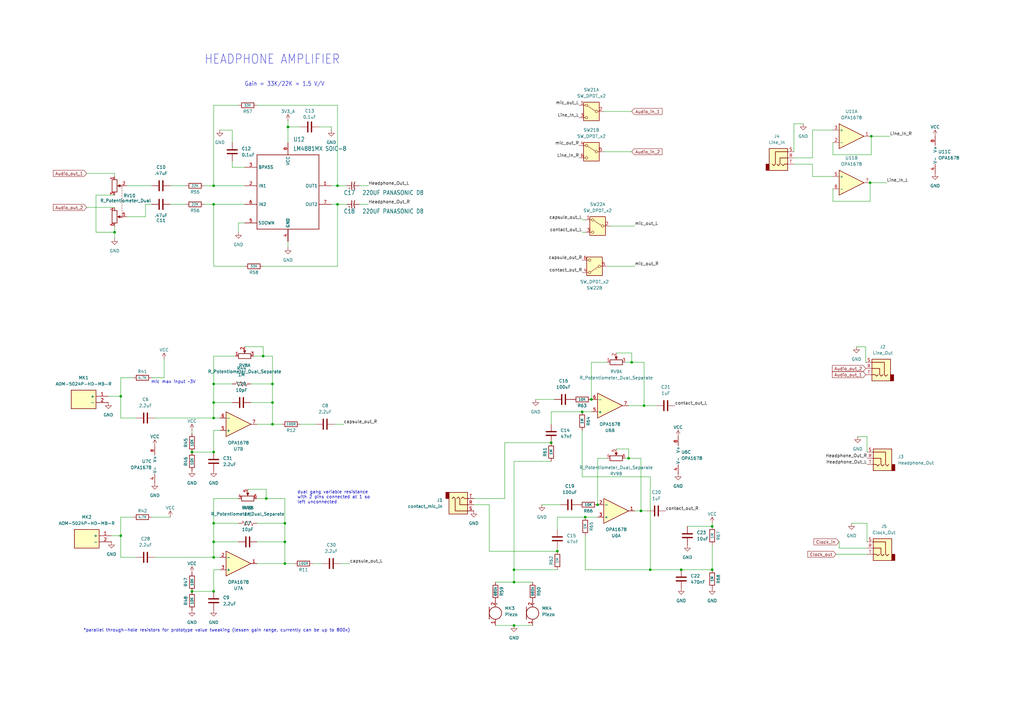
<source format=kicad_sch>
(kicad_sch (version 20231120) (generator "eeschema") (generator_version "8.0")
  (paper "A3")
  (junction (at 240.03 212.09))
  (junction (at 49.53 162.56))
  (junction (at 292.1 233.68))
  (junction (at 118.11 52.07))
  (junction (at 111.76 173.99))
  (junction (at 257.81 187.96))
  (junction (at 210.82 256.54))
  (junction (at 87.63 171.45))
  (junction (at 49.53 219.71))
  (junction (at 87.63 83.82))
  (junction (at 87.63 157.48))
  (junction (at 357.378 55.88))
  (junction (at 210.82 233.68))
  (junction (at 116.84 231.14))
  (junction (at 109.22 204.47))
  (junction (at 78.74 185.42))
  (junction (at 238.76 168.91))
  (junction (at 116.84 222.25))
  (junction (at 111.76 165.1))
  (junction (at 87.63 222.25))
  (junction (at 245.11 207.01))
  (junction (at 356.87 74.93))
  (junction (at 138.43 76.2))
  (junction (at 87.63 76.2))
  (junction (at 242.57 163.83))
  (junction (at 116.84 214.63))
  (junction (at 266.7 233.68))
  (junction (at 46.99 95.25))
  (junction (at 138.43 83.82))
  (junction (at 87.63 228.6))
  (junction (at 87.63 185.42))
  (junction (at 87.63 242.57))
  (junction (at 264.16 166.37))
  (junction (at 78.74 242.57))
  (junction (at 259.08 148.59))
  (junction (at 292.1 215.9))
  (junction (at 87.63 165.1))
  (junction (at 111.76 157.48))
  (junction (at 228.6 226.06))
  (junction (at 262.89 209.55))
  (junction (at 107.95 146.05))
  (junction (at 226.06 181.61))
  (junction (at 279.4 233.68))
  (junction (at 87.63 214.63))
  (junction (at 210.82 238.76))
  (wire (pts (xy 226.06 189.23) (xy 210.82 189.23)))
  (wire (pts (xy 281.94 215.9) (xy 292.1 215.9)))
  (wire (pts (xy 355.6 222.25) (xy 355.6 214.63)))
  (wire (pts (xy 138.43 83.82) (xy 142.24 83.82)) (stroke (width 0.1524)))
  (wire (pts (xy 355.6 224.79) (xy 344.17 224.79)))
  (wire (pts (xy 105.41 173.99) (xy 111.76 173.99)))
  (wire (pts (xy 228.6 212.09) (xy 228.6 217.17)))
  (wire (pts (xy 52.07 88.9) (xy 59.69 88.9)))
  (wire (pts (xy 87.63 204.47) (xy 97.79 204.47)))
  (wire (pts (xy 111.76 146.05) (xy 111.76 157.48)))
  (wire (pts (xy 87.63 204.47) (xy 87.63 214.63)))
  (wire (pts (xy 355.6 185.42) (xy 355.6 179.07)))
  (wire (pts (xy 95.25 157.48) (xy 87.63 157.48)))
  (wire (pts (xy 357.378 55.88) (xy 364.998 55.88)))
  (wire (pts (xy 252.73 184.15) (xy 257.81 184.15)))
  (wire (pts (xy 147.32 76.2) (xy 151.13 76.2)) (stroke (width 0.1524)))
  (wire (pts (xy 107.95 146.05) (xy 111.76 146.05)))
  (wire (pts (xy 356.87 55.88) (xy 357.378 55.88)))
  (wire (pts (xy 109.22 200.66) (xy 109.22 204.47)))
  (wire (pts (xy 357.378 63.5) (xy 357.378 55.88)))
  (wire (pts (xy 87.63 76.2) (xy 100.33 76.2)) (stroke (width 0.1524)))
  (wire (pts (xy 355.6 179.07) (xy 351.79 179.07)))
  (wire (pts (xy 87.63 176.53) (xy 90.17 176.53)))
  (wire (pts (xy 54.61 212.09) (xy 49.53 212.09)))
  (wire (pts (xy 69.85 83.82) (xy 76.2 83.82)) (stroke (width 0.1524)))
  (wire (pts (xy 46.99 95.25) (xy 46.99 97.79)))
  (wire (pts (xy 259.08 45.72) (xy 247.65 45.72)))
  (wire (pts (xy 87.63 222.25) (xy 97.79 222.25)))
  (wire (pts (xy 356.87 74.93) (xy 356.87 82.55)))
  (wire (pts (xy 105.41 231.14) (xy 116.84 231.14)))
  (wire (pts (xy 210.82 256.54) (xy 218.44 256.54)))
  (wire (pts (xy 344.17 224.79) (xy 344.17 222.25)))
  (wire (pts (xy 95.25 68.58) (xy 95.25 66.04)) (stroke (width 0.1524)))
  (wire (pts (xy 46.99 71.12) (xy 46.99 72.39)))
  (wire (pts (xy 142.24 76.2) (xy 138.43 76.2)) (stroke (width 0.1524)))
  (wire (pts (xy 105.41 222.25) (xy 116.84 222.25)))
  (wire (pts (xy 279.4 233.68) (xy 292.1 233.68)))
  (wire (pts (xy 78.74 185.42) (xy 87.63 185.42)))
  (wire (pts (xy 262.89 187.96) (xy 262.89 209.55)))
  (wire (pts (xy 105.41 43.18) (xy 138.43 43.18)) (stroke (width 0.1524)))
  (wire (pts (xy 137.16 173.99) (xy 140.97 173.99)))
  (wire (pts (xy 259.08 148.59) (xy 264.16 148.59)))
  (wire (pts (xy 97.79 91.44) (xy 100.33 91.44)))
  (wire (pts (xy 105.41 214.63) (xy 116.84 214.63)))
  (wire (pts (xy 264.16 148.59) (xy 264.16 166.37)))
  (wire (pts (xy 292.1 215.9) (xy 292.1 214.63)))
  (wire (pts (xy 207.01 181.61) (xy 207.01 204.47)))
  (wire (pts (xy 49.53 154.94) (xy 49.53 162.56)))
  (wire (pts (xy 69.85 76.2) (xy 76.2 76.2)) (stroke (width 0.1524)))
  (wire (pts (xy 240.03 212.09) (xy 245.11 212.09)))
  (wire (pts (xy 355.092 148.59) (xy 355.092 142.24)))
  (wire (pts (xy 266.7 233.68) (xy 279.4 233.68)))
  (wire (pts (xy 46.99 80.01) (xy 39.37 80.01)))
  (wire (pts (xy 116.84 204.47) (xy 116.84 214.63)))
  (wire (pts (xy 55.88 171.45) (xy 49.53 171.45)))
  (wire (pts (xy 105.41 204.47) (xy 109.22 204.47)))
  (wire (pts (xy 200.66 226.06) (xy 200.66 207.01)))
  (wire (pts (xy 87.63 146.05) (xy 96.52 146.05)))
  (wire (pts (xy 87.63 233.68) (xy 90.17 233.68)))
  (wire (pts (xy 83.82 76.2) (xy 87.63 76.2)) (stroke (width 0.1524)))
  (wire (pts (xy 104.14 146.05) (xy 107.95 146.05)))
  (wire (pts (xy 120.65 231.14) (xy 116.84 231.14)))
  (wire (pts (xy 97.79 214.63) (xy 87.63 214.63)))
  (wire (pts (xy 102.87 165.1) (xy 111.76 165.1)))
  (wire (pts (xy 63.5 228.6) (xy 87.63 228.6)))
  (wire (pts (xy 333.248 67.31) (xy 333.248 72.39)))
  (wire (pts (xy 266.7 195.58) (xy 266.7 233.68)))
  (wire (pts (xy 325.628 67.31) (xy 333.248 67.31)))
  (wire (pts (xy 325.628 50.8) (xy 329.438 50.8)))
  (wire (pts (xy 128.27 231.14) (xy 132.08 231.14)))
  (wire (pts (xy 238.76 195.58) (xy 266.7 195.58)))
  (wire (pts (xy 87.63 165.1) (xy 87.63 171.45)))
  (wire (pts (xy 260.35 209.55) (xy 262.89 209.55)))
  (wire (pts (xy 62.23 212.09) (xy 69.85 212.09)))
  (wire (pts (xy 100.33 68.58) (xy 95.25 68.58)) (stroke (width 0.1524)))
  (wire (pts (xy 210.82 233.68) (xy 228.6 233.68)))
  (wire (pts (xy 135.89 83.82) (xy 138.43 83.82)) (stroke (width 0.1524)))
  (wire (pts (xy 52.07 76.2) (xy 62.23 76.2)))
  (wire (pts (xy 355.092 142.24) (xy 351.282 142.24)))
  (wire (pts (xy 87.63 171.45) (xy 90.17 171.45)))
  (wire (pts (xy 135.89 76.2) (xy 138.43 76.2)) (stroke (width 0.1524)))
  (wire (pts (xy 242.57 168.91) (xy 238.76 168.91)))
  (wire (pts (xy 333.248 72.39) (xy 341.63 72.39)))
  (wire (pts (xy 123.19 173.99) (xy 129.54 173.99)))
  (wire (pts (xy 245.11 187.96) (xy 248.92 187.96)))
  (wire (pts (xy 109.22 204.47) (xy 116.84 204.47)))
  (wire (pts (xy 238.76 168.91) (xy 226.06 168.91)))
  (wire (pts (xy 228.6 226.06) (xy 228.6 224.79)))
  (wire (pts (xy 135.89 52.07) (xy 135.89 53.34)) (stroke (width 0.1524)))
  (wire (pts (xy 95.25 53.34) (xy 95.25 58.42)))
  (wire (pts (xy 260.35 92.71) (xy 250.19 92.71)))
  (wire (pts (xy 39.37 95.25) (xy 46.99 95.25)))
  (wire (pts (xy 118.11 52.07) (xy 118.11 58.42)) (stroke (width 0.1524)))
  (wire (pts (xy 67.31 147.32) (xy 67.31 154.94)))
  (wire (pts (xy 200.66 226.06) (xy 228.6 226.06)))
  (wire (pts (xy 46.99 92.71) (xy 46.99 95.25)))
  (wire (pts (xy 87.63 157.48) (xy 87.63 165.1)))
  (wire (pts (xy 44.45 162.56) (xy 49.53 162.56)))
  (wire (pts (xy 138.43 43.18) (xy 138.43 76.2)) (stroke (width 0.1524)))
  (wire (pts (xy 256.54 148.59) (xy 259.08 148.59)))
  (wire (pts (xy 87.63 146.05) (xy 87.63 157.48)))
  (wire (pts (xy 55.88 228.6) (xy 49.53 228.6)))
  (wire (pts (xy 118.11 52.07) (xy 123.19 52.07)) (stroke (width 0.1524)))
  (wire (pts (xy 333.248 53.34) (xy 333.248 64.77)))
  (wire (pts (xy 87.63 76.2) (xy 87.63 43.18)) (stroke (width 0.1524)))
  (wire (pts (xy 210.82 238.76) (xy 218.44 238.76)))
  (wire (pts (xy 203.2 238.76) (xy 210.82 238.76)))
  (wire (pts (xy 39.37 80.01) (xy 39.37 95.25)))
  (wire (pts (xy 116.84 222.25) (xy 116.84 231.14)))
  (wire (pts (xy 118.11 52.07) (xy 118.11 49.53)) (stroke (width 0.1524)))
  (wire (pts (xy 356.87 74.93) (xy 363.728 74.93)))
  (wire (pts (xy 97.79 95.25) (xy 97.79 91.44)))
  (wire (pts (xy 262.89 209.55) (xy 265.43 209.55)))
  (wire (pts (xy 256.54 187.96) (xy 257.81 187.96)))
  (wire (pts (xy 59.69 88.9) (xy 59.69 83.82)))
  (wire (pts (xy 210.82 233.68) (xy 210.82 238.76)))
  (wire (pts (xy 83.82 83.82) (xy 87.63 83.82)) (stroke (width 0.1524)))
  (wire (pts (xy 78.74 242.57) (xy 87.63 242.57)))
  (wire (pts (xy 240.03 90.17) (xy 238.76 90.17)))
  (wire (pts (xy 242.57 148.59) (xy 248.92 148.59)))
  (wire (pts (xy 87.63 233.68) (xy 87.63 242.57)))
  (wire (pts (xy 87.63 176.53) (xy 87.63 185.42)))
  (wire (pts (xy 245.11 187.96) (xy 245.11 207.01)))
  (wire (pts (xy 62.23 83.82) (xy 59.69 83.82)) (stroke (width 0.1524)))
  (wire (pts (xy 341.63 82.55) (xy 356.87 82.55)))
  (wire (pts (xy 333.248 53.34) (xy 341.63 53.34)))
  (wire (pts (xy 222.25 207.01) (xy 229.87 207.01)))
  (wire (pts (xy 200.66 207.01) (xy 194.31 207.01)))
  (wire (pts (xy 87.63 165.1) (xy 95.25 165.1)))
  (wire (pts (xy 292.1 223.52) (xy 292.1 233.68)))
  (wire (pts (xy 325.628 62.23) (xy 325.628 50.8)))
  (wire (pts (xy 207.01 204.47) (xy 194.31 204.47)))
  (wire (pts (xy 260.35 109.22) (xy 248.92 109.22)))
  (wire (pts (xy 333.248 64.77) (xy 325.628 64.77)))
  (wire (pts (xy 210.82 189.23) (xy 210.82 233.68)))
  (wire (pts (xy 203.2 256.54) (xy 210.82 256.54)))
  (wire (pts (xy 242.57 163.83) (xy 242.57 148.59)))
  (wire (pts (xy 111.76 165.1) (xy 111.76 173.99)))
  (wire (pts (xy 259.08 62.23) (xy 247.65 62.23)))
  (wire (pts (xy 62.23 154.94) (xy 67.31 154.94)))
  (wire (pts (xy 264.16 166.37) (xy 269.24 166.37)))
  (wire (pts (xy 219.71 163.83) (xy 227.33 163.83)))
  (wire (pts (xy 240.03 95.25) (xy 238.76 95.25)))
  (wire (pts (xy 257.81 187.96) (xy 262.89 187.96)))
  (wire (pts (xy 54.61 154.94) (xy 49.53 154.94)))
  (wire (pts (xy 49.53 212.09) (xy 49.53 219.71)))
  (wire (pts (xy 49.53 162.56) (xy 49.53 171.45)))
  (wire (pts (xy 115.57 173.99) (xy 111.76 173.99)))
  (wire (pts (xy 259.08 144.78) (xy 259.08 148.59)))
  (wire (pts (xy 87.63 83.82) (xy 87.63 109.22)) (stroke (width 0.1524)))
  (wire (pts (xy 139.7 231.14) (xy 143.51 231.14)))
  (wire (pts (xy 226.06 181.61) (xy 207.01 181.61)))
  (wire (pts (xy 342.9 227.33) (xy 355.6 227.33)))
  (wire (pts (xy 240.03 233.68) (xy 266.7 233.68)))
  (wire (pts (xy 87.63 214.63) (xy 87.63 222.25)))
  (wire (pts (xy 87.63 83.82) (xy 100.33 83.82)) (stroke (width 0.1524)))
  (wire (pts (xy 102.87 157.48) (xy 111.76 157.48)))
  (wire (pts (xy 341.63 77.47) (xy 341.63 82.55)))
  (wire (pts (xy 257.81 184.15) (xy 257.81 187.96)))
  (wire (pts (xy 252.73 144.78) (xy 259.08 144.78)))
  (wire (pts (xy 35.56 85.09) (xy 46.99 85.09)))
  (wire (pts (xy 101.6 200.66) (xy 109.22 200.66)))
  (wire (pts (xy 240.03 233.68) (xy 240.03 219.71)))
  (wire (pts (xy 100.33 142.24) (xy 107.95 142.24)))
  (wire (pts (xy 147.32 83.82) (xy 151.13 83.82)) (stroke (width 0.1524)))
  (wire (pts (xy 87.63 222.25) (xy 87.63 228.6)))
  (wire (pts (xy 116.84 214.63) (xy 116.84 222.25)))
  (wire (pts (xy 226.06 168.91) (xy 226.06 173.99)))
  (wire (pts (xy 238.76 176.53) (xy 238.76 195.58)))
  (wire (pts (xy 87.63 109.22) (xy 100.33 109.22)) (stroke (width 0.1524)))
  (wire (pts (xy 355.6 214.63) (xy 349.25 214.63)))
  (wire (pts (xy 257.81 166.37) (xy 264.16 166.37)))
  (wire (pts (xy 341.63 63.5) (xy 357.378 63.5)))
  (wire (pts (xy 49.53 219.71) (xy 49.53 228.6)))
  (wire (pts (xy 130.81 52.07) (xy 135.89 52.07)) (stroke (width 0.1524)))
  (wire (pts (xy 138.43 109.22) (xy 138.43 83.82)) (stroke (width 0.1524)))
  (wire (pts (xy 341.63 58.42) (xy 341.63 63.5)))
  (wire (pts (xy 228.6 212.09) (xy 240.03 212.09)))
  (wire (pts (xy 87.63 43.18) (xy 97.79 43.18)) (stroke (width 0.1524)))
  (wire (pts (xy 49.53 219.71) (xy 45.72 219.71)))
  (wire (pts (xy 63.5 171.45) (xy 87.63 171.45)))
  (wire (pts (xy 95.25 53.34) (xy 90.17 53.34)) (stroke (width 0.1524)))
  (wire (pts (xy 111.76 157.48) (xy 111.76 165.1)))
  (wire (pts (xy 107.95 109.22) (xy 138.43 109.22)) (stroke (width 0.1524)))
  (wire (pts (xy 118.11 101.6) (xy 118.11 99.06)) (stroke (width 0.1524)))
  (wire (pts (xy 78.74 176.53) (xy 78.74 177.8)))
  (wire (pts (xy 107.95 142.24) (xy 107.95 146.05)))
  (wire (pts (xy 87.63 228.6) (xy 90.17 228.6)))
  (wire (pts (xy 35.56 71.12) (xy 46.99 71.12)))
  (text "HEADPHONE AMPLIFIER" (at 83.82 26.67 0) (effects (font (size 3.81 3.2385)) (justify left bottom)))
  (text "*parallel through-hole resistors for prototype value tweaking (lessen gain range, currently can be up to 800x)" (at 88.9 258.572 0) (effects (font (size 1.27 1.27))))
  (text "mic max input ~3V" (at 71.12 156.718 0) (effects (font (size 1.27 1.27))))
  (text "Gain = 33K/22K = 1.5 V/V" (at 100.33 35.56 0) (effects (font (size 1.778 1.5113)) (justify left bottom)))
  (text "dual gang variable resistance\nwith 2 pins connected at 1 so \nleft unconnected" (at 121.92 203.962 0) (effects (font (size 1.27 1.27)) (justify left)))
  (label "contact_out_R" (at 273.05 209.55 0))
  (label "capsule_out_L" (at 143.51 231.14 0))
  (label "Headphone_Out_R" (at 151.13 83.82 0))
  (label "Headphone_Out_L" (at 151.13 76.2 0))
  (label "contact_out_L" (at 276.86 166.37 0))
  (label "Line_In_R" (at 364.998 55.88 0))
  (label "mic_out_L" (at 237.49 43.18 180))
  (label "mic_out_L" (at 260.35 92.71 0))
  (label "Line_In_R" (at 237.49 64.77 180))
  (label "mic_out_R" (at 237.49 59.69 180))
  (label "capsule_out_R" (at 140.97 173.99 0))
  (label "Headphone_Out_L" (at 355.6 190.5 180))
  (label "Line_In_L" (at 237.49 48.26 180))
  (label "mic_out_R" (at 260.35 109.22 0))
  (label "capsule_out_R" (at 238.76 106.68 180))
  (label "capsule_out_L" (at 238.76 90.17 180))
  (label "Line_In_L" (at 363.728 74.93 0))
  (label "contact_out_L" (at 238.76 95.25 180))
  (label "Headphone_Out_R" (at 355.6 187.96 180))
  (label "contact_out_R" (at 238.76 111.76 180))
  (global_label "Audio_out_2" (shape input) (at 35.56 85.09 180) (property "Intersheetrefs" "${INTERSHEET_REFS}" (effects (hide yes))))
  (global_label "Audio_in_2" (shape input) (at 259.08 62.23 0) (property "Intersheetrefs" "${INTERSHEET_REFS}" (effects (hide yes))))
  (global_label "Clock_in" (shape input) (at 344.17 222.25 180) (property "Intersheetrefs" "${INTERSHEET_REFS}" (effects (hide yes))))
  (global_label "Clock_out" (shape input) (at 342.9 227.33 180) (property "Intersheetrefs" "${INTERSHEET_REFS}" (effects (hide yes))))
  (global_label "Audio_out_1" (shape input) (at 355.092 153.67 180) (property "Intersheetrefs" "${INTERSHEET_REFS}" (effects (hide yes))))
  (global_label "Audio_out_1" (shape input) (at 35.56 71.12 180) (property "Intersheetrefs" "${INTERSHEET_REFS}" (effects (hide yes))))
  (global_label "Audio_in_1" (shape input) (at 259.08 45.72 0) (property "Intersheetrefs" "${INTERSHEET_REFS}" (effects (hide yes))))
  (global_label "Audio_out_2" (shape input) (at 355.092 151.13 180) (property "Intersheetrefs" "${INTERSHEET_REFS}" (effects (hide yes))))
  (symbol (lib_id "Connector_Audio:AudioJack3") (at 360.172 151.13 0) (mirror y) (unit 1)
    (property "Reference" "J2" (at 362.077 142.24 0))
    (property "Value" "Line_Out" (at 362.077 144.78 0))
    (property "Footprint" "connectors:PJ-376M_TRS_3.5mm" (effects (hide yes)))
    (property "Description" "Audio Jack, 3 Poles (Stereo / TRS)" (effects (hide yes)))
  )
  (symbol (lib_id "power:GND") (at 279.4 241.3 0) (unit 1)
    (property "Reference" "#PWR092" (effects (hide yes)))
    (property "Value" "GND" (at 279.4 246.38 0))
    (property "Description" "Power symbol creates a global label with name \"GND\" , ground" (effects (hide yes)))
  )
  (symbol (lib_id "Device:C") (at 59.69 228.6 90) (unit 1)
    (property "Reference" "C28" (at 59.69 220.98 90))
    (property "Value" "2.2uF" (at 59.69 223.52 90))
    (property "Footprint" "Capacitor_SMD:C_0402_1005Metric" (effects (hide yes)))
    (property "Description" "Unpolarized capacitor" (effects (hide yes)))
  )
  (symbol (lib_id "Device:C") (at 228.6 220.98 0) (unit 1)
    (property "Reference" "C15" (at 232.41 219.7099 0) (effects (justify left)))
    (property "Value" "47nF" (at 232.41 222.2499 0) (effects (justify left)))
    (property "Footprint" "Capacitor_SMD:C_0603_1608Metric" (effects (hide yes)))
    (property "Description" "Unpolarized capacitor" (effects (hide yes)))
  )
  (symbol (lib_id "power:GND") (at 78.74 193.04 0) (unit 1)
    (property "Reference" "#PWR076" (effects (hide yes)))
    (property "Value" "GND" (at 78.74 198.12 0))
    (property "Description" "Power symbol creates a global label with name \"GND\" , ground" (effects (hide yes)))
  )
  (symbol (lib_id "power:GND") (at 63.5 198.12 0) (unit 1)
    (property "Reference" "#PWR097" (effects (hide yes)))
    (property "Value" "GND" (at 63.5 203.2 0))
    (property "Description" "Power symbol creates a global label with name \"GND\" , ground" (effects (hide yes)))
  )
  (symbol (lib_id "power:GND") (at 78.74 250.19 0) (unit 1)
    (property "Reference" "#PWR078" (effects (hide yes)))
    (property "Value" "GND" (at 78.74 255.27 0))
    (property "Description" "Power symbol creates a global label with name \"GND\" , ground" (effects (hide yes)))
  )
  (symbol (lib_id "power:GND") (at 383.54 71.12 0) (mirror y) (unit 1)
    (property "Reference" "#PWR099" (effects (hide yes)))
    (property "Value" "GND" (at 383.54 76.2 0))
    (property "Description" "Power symbol creates a global label with name \"GND\" , ground" (effects (hide yes)))
  )
  (symbol (lib_id "Device:C") (at 231.14 163.83 90) (unit 1)
    (property "Reference" "C16" (at 231.14 156.21 90))
    (property "Value" "100uF" (at 231.14 158.75 90))
    (property "Footprint" "Capacitor_SMD:C_0603_1608Metric" (effects (hide yes)))
    (property "Description" "Unpolarized capacitor" (effects (hide yes)))
    (property "LCSC" "C15008" (effects (hide yes)))
  )
  (symbol (lib_id "Device:C") (at 281.94 219.71 180) (unit 1)
    (property "Reference" "C23" (at 285.75 218.4399 0) (effects (justify right)))
    (property "Value" "10uF" (at 285.75 220.9799 0) (effects (justify right)))
    (property "Footprint" "Capacitor_SMD:C_0603_1608Metric" (effects (hide yes)))
    (property "Description" "Unpolarized capacitor" (effects (hide yes)))
  )
  (symbol (lib_id "Device:C") (at 135.89 231.14 270) (unit 1)
    (property "Reference" "C30" (at 135.89 223.52 90))
    (property "Value" "2.2uF" (at 135.89 226.06 90))
    (property "Footprint" "Capacitor_SMD:C_0603_1608Metric" (effects (hide yes)))
    (property "Description" "Unpolarized capacitor" (effects (hide yes)))
    (property "LCSC" "C19702" (effects (hide yes)))
  )
  (symbol (lib_id "Device:R_Potentiometer_Dual_Separate") (at 100.33 146.05 90) (unit 1)
    (property "Reference" "RV8" (at 100.33 149.86 90))
    (property "Value" "R_Potentiometer_Dual_Separate" (at 100.33 152.4 90))
    (property "Footprint" "Potentiometer_THT:Potentiometer_Alpha_RD902F-40-00D_Dual_Vertical" (effects (hide yes)))
    (property "Description" "Dual potentiometer, separate units" (effects (hide yes)))
  )
  (symbol (lib_id "Device:R") (at 203.2 242.57 0) (unit 1)
    (property "Reference" "R59" (at 205.74 242.57 90))
    (property "Value" "680k" (at 203.2 242.57 90) (effects (font (size 1.016 1.016))))
    (property "Footprint" "Resistor_SMD:R_0603_1608Metric" (effects (hide yes)))
    (property "Description" "Resistor" (effects (hide yes)))
  )
  (symbol (lib_id "power:GND") (at 210.82 256.54 0) (unit 1)
    (property "Reference" "#PWR086" (effects (hide yes)))
    (property "Value" "GND" (at 210.82 261.62 0))
    (property "Description" "Power symbol creates a global label with name \"GND\" , ground" (effects (hide yes)))
  )
  (symbol (lib_id "Device:C") (at 66.04 76.2 270) (unit 1)
    (property "Reference" "C10" (at 66.04 68.58 90))
    (property "Value" ".47uF" (at 66.04 71.12 90))
    (property "Footprint" "Capacitor_SMD:C_0603_1608Metric" (effects (hide yes)))
    (property "Description" "Unpolarized capacitor" (effects (hide yes)))
    (property "LCSC" "C1623" (effects (hide yes)))
  )
  (symbol (lib_id "Device:C") (at 101.6 222.25 270) (unit 1)
    (property "Reference" "C7" (at 101.6 214.63 90))
    (property "Value" "10pF" (at 101.6 217.17 90))
    (property "Footprint" "Capacitor_SMD:C_0603_1608Metric" (effects (hide yes)))
    (property "Description" "Unpolarized capacitor" (effects (hide yes)))
    (property "LCSC" "C19702" (effects (hide yes)))
  )
  (symbol (lib_id "Device:R") (at 78.74 181.61 180) (unit 1)
    (property "Reference" "R45" (at 76.2 181.61 90))
    (property "Value" "10K" (at 78.74 181.61 90) (effects (font (size 1.016 1.016))))
    (property "Footprint" "Resistor_SMD:R_0603_1608Metric" (effects (hide yes)))
    (property "Description" "Resistor" (effects (hide yes)))
  )
  (symbol (lib_id "Connector_Audio:AudioJack3") (at 360.68 224.79 0) (mirror y) (unit 1)
    (property "Reference" "J5" (at 362.585 215.9 0))
    (property "Value" "Clock_Out" (at 362.585 218.44 0))
    (property "Footprint" "connectors:PJ-376M_TRS_3.5mm" (effects (hide yes)))
    (property "Description" "Audio Jack, 3 Poles (Stereo / TRS)" (effects (hide yes)))
  )
  (symbol (lib_id "Device:C") (at 66.04 83.82 270) (unit 1)
    (property "Reference" "C11" (at 66.04 90.424 90))
    (property "Value" ".47uF" (at 66.04 88.392 90))
    (property "Footprint" "Capacitor_SMD:C_0603_1608Metric" (effects (hide yes)))
    (property "Description" "Unpolarized capacitor" (effects (hide yes)))
    (property "LCSC" "C1623" (effects (hide yes)))
  )
  (symbol (lib_id "Device:C") (at 99.06 165.1 270) (unit 1)
    (property "Reference" "C29" (at 99.06 157.48 90))
    (property "Value" "10pF" (at 99.06 160.02 90))
    (property "Footprint" "Capacitor_SMD:C_0603_1608Metric" (effects (hide yes)))
    (property "Description" "Unpolarized capacitor" (effects (hide yes)))
    (property "LCSC" "C19702" (effects (hide yes)))
  )
  (symbol (lib_id "Device:R_Potentiometer_Dual") (at 49.53 82.55 270) (unit 1)
    (property "Reference" "RV10" (at 55.626 80.264 90) (effects (justify right)))
    (property "Value" "R_Potentiometer_Dual" (at 61.976 82.296 90) (effects (justify right)))
    (property "Footprint" "Potentiometer_THT:Potentiometer_Alpha_RD902F-40-00D_Dual_Vertical" (effects (hide yes)))
    (property "Description" "Dual potentiometer" (effects (hide yes)))
  )
  (symbol (lib_id "daisy_seed:3V3_D") (at 292.1 214.63 0) (unit 1)
    (property "Reference" "#PWR095" (effects (hide yes)))
    (property "Value" "VCC" (at 292.1 210.82 0))
  )
  (symbol (lib_id "Device:R") (at 226.06 185.42 180) (unit 1)
    (property "Reference" "R61" (at 223.52 185.42 90))
    (property "Value" "1M" (at 226.06 185.42 90) (effects (font (size 1.016 1.016))))
    (property "Footprint" "Resistor_SMD:R_0603_1608Metric" (effects (hide yes)))
    (property "Description" "Resistor" (effects (hide yes)))
  )
  (symbol (lib_id "Device:R") (at 80.01 83.82 270) (unit 1)
    (property "Reference" "R56" (at 80.01 86.36 90))
    (property "Value" "22K" (at 80.01 83.82 90) (effects (font (size 1.016 1.016))))
    (property "Footprint" "Resistor_SMD:R_0603_1608Metric" (effects (hide yes)))
    (property "Description" "Resistor" (effects (hide yes)))
  )
  (symbol (lib_id "Device:R") (at 80.01 76.2 270) (unit 1)
    (property "Reference" "R55" (at 80.01 78.74 90))
    (property "Value" "22K" (at 80.01 76.2 90) (effects (font (size 1.016 1.016))))
    (property "Footprint" "Resistor_SMD:R_0603_1608Metric" (effects (hide yes)))
    (property "Description" "Resistor" (effects (hide yes)))
  )
  (symbol (lib_id "power:GND") (at 292.1 241.3 0) (unit 1)
    (property "Reference" "#PWR0127" (effects (hide yes)))
    (property "Value" "GND" (at 292.1 246.38 0))
    (property "Description" "Power symbol creates a global label with name \"GND\" , ground" (effects (hide yes)))
  )
  (symbol (lib_id "Device:R") (at 241.3 207.01 270) (unit 1)
    (property "Reference" "R66" (at 241.3 209.55 90))
    (property "Value" "10K" (at 241.3 207.01 90) (effects (font (size 1.016 1.016))))
    (property "Footprint" "Resistor_SMD:R_0603_1608Metric" (effects (hide yes)))
    (property "Description" "Resistor" (effects (hide yes)))
  )
  (symbol (lib_id "power:GND") (at 118.11 101.6 0) (unit 1)
    (property "Reference" "#PWR085" (effects (hide yes)))
    (property "Value" "GND" (at 118.11 106.68 0))
    (property "Description" "Power symbol creates a global label with name \"GND\" , ground" (effects (hide yes)))
  )
  (symbol (lib_id "Device:C") (at 273.05 166.37 270) (unit 1)
    (property "Reference" "C21" (at 273.05 158.75 90))
    (property "Value" "1uF" (at 273.05 161.29 90))
    (property "Footprint" "Capacitor_SMD:C_0603_1608Metric" (effects (hide yes)))
    (property "Description" "Unpolarized capacitor" (effects (hide yes)))
  )
  (symbol (lib_id "daisy_seed:3V3_A") (at 118.11 49.53 0) (unit 1)
    (property "Reference" "#PWR084" (effects (hide yes)))
    (property "Value" "3V3_A" (at 118.11 45.72 0))
    (property "Description" "Power symbol creates a global label with name \"3V3_A\" (I hope)" (effects (hide yes)))
  )
  (symbol (lib_id "power:GND") (at 278.13 194.31 0) (mirror y) (unit 1)
    (property "Reference" "#PWR091" (effects (hide yes)))
    (property "Value" "GND" (at 278.13 199.39 0))
    (property "Description" "Power symbol creates a global label with name \"GND\" , ground" (effects (hide yes)))
  )
  (symbol (lib_id "Connector_Audio:AudioJack3") (at 189.23 207.01 0) (mirror x) (unit 1)
    (property "Reference" "J1" (at 181.61 205.1049 0) (effects (justify right)))
    (property "Value" "contact_mic_in" (at 181.61 207.6449 0) (effects (justify right)))
    (property "Footprint" "connectors:PJ-376M_TRS_3.5mm" (effects (hide yes)))
    (property "Description" "Audio Jack, 3 Poles (Stereo / TRS)" (effects (hide yes)))
  )
  (symbol (lib_id "Amplifier_Operational:OPA1678") (at 97.79 173.99 0) (mirror x) (unit 2)
    (property "Reference" "U7" (at 97.79 184.15 0))
    (property "Value" "OPA1678" (at 97.79 181.61 0))
    (property "Footprint" "Package_SO:SOIC-8_3.9x4.9mm_P1.27mm" (effects (hide yes)))
    (property "Datasheet" "http://www.ti.com/lit/ds/symlink/opa1678.pdf" (effects (hide yes)))
    (property "Description" "Low-Distortion Audio Operational Amplifiers, SOIC-8/VSSOP-8" (effects (hide yes)))
    (property "LCSC" "C192421" (effects (hide yes)))
  )
  (symbol (lib_id "Device:C") (at 233.68 207.01 90) (unit 1)
    (property "Reference" "C19" (at 233.68 199.39 90))
    (property "Value" "100uF" (at 233.68 201.93 90))
    (property "Footprint" "Capacitor_SMD:C_0603_1608Metric" (effects (hide yes)))
    (property "Description" "Unpolarized capacitor" (effects (hide yes)))
    (property "LCSC" "C15008" (effects (hide yes)))
  )
  (symbol (lib_id "Device:C") (at 269.24 209.55 90) (mirror x) (unit 1)
    (property "Reference" "C20" (at 269.24 201.93 90))
    (property "Value" "1uF" (at 269.24 204.47 90))
    (property "Footprint" "Capacitor_SMD:C_0603_1608Metric" (effects (hide yes)))
    (property "Description" "Unpolarized capacitor" (effects (hide yes)))
  )
  (symbol (lib_id "Device:C") (at 226.06 177.8 0) (unit 1)
    (property "Reference" "C14" (at 229.87 176.5299 0) (effects (justify left)))
    (property "Value" "47nF" (at 229.87 179.0699 0) (effects (justify left)))
    (property "Footprint" "Capacitor_SMD:C_0603_1608Metric" (effects (hide yes)))
    (property "Description" "Unpolarized capacitor" (effects (hide yes)))
  )
  (symbol (lib_id "daisy_seed:3V3_D") (at 69.85 212.09 0) (unit 1)
    (property "Reference" "#PWR071" (effects (hide yes)))
    (property "Value" "VCC" (at 69.85 208.28 0))
  )
  (symbol (lib_id "power:GND") (at 87.63 250.19 0) (unit 1)
    (property "Reference" "#PWR080" (effects (hide yes)))
    (property "Value" "GND" (at 87.63 255.27 0))
    (property "Description" "Power symbol creates a global label with name \"GND\" , ground" (effects (hide yes)))
  )
  (symbol (lib_id "Device:C") (at 127 52.07 270) (unit 1)
    (property "Reference" "C13" (at 127 45.466 90))
    (property "Value" "0.1uF" (at 127 48.006 90))
    (property "Footprint" "Capacitor_SMD:C_0402_1005Metric" (effects (hide yes)))
    (property "Description" "Unpolarized capacitor" (effects (hide yes)))
    (property "LCSC" "C1525" (effects (hide yes)))
  )
  (symbol (lib_id "power:GND") (at 90.17 53.34 0) (unit 1)
    (property "Reference" "#PWR081" (effects (hide yes)))
    (property "Value" "GND" (at 90.17 58.42 0))
    (property "Description" "Power symbol creates a global label with name \"GND\" , ground" (effects (hide yes)))
  )
  (symbol (lib_id "power:GND") (at 44.45 165.1 0) (unit 1)
    (property "Reference" "#PWR068" (effects (hide yes)))
    (property "Value" "GND" (at 44.45 170.18 0))
    (property "Description" "Power symbol creates a global label with name \"GND\" , ground" (effects (hide yes)))
  )
  (symbol (lib_id "AOM-5024P-HD-MB-R:AOM-5024P-HD-MB-R") (at 44.45 165.1 180) (unit 1)
    (property "Reference" "MK1" (at 34.29 154.94 0))
    (property "Value" "AOM-5024P-HD-MB-R" (at 34.29 157.48 0))
    (property "Footprint" "footprints:AOM5024PHDMBR" (effects (hide yes)))
    (property "Datasheet" "https://api.puiaudio.com/filename/AOM-5024P-HD-MB-R.pdf" (effects (hide yes)))
    (property "Description" "20 Hz ~ 20 kHz Analog Microphone 1 V ~ 10 V Omnidirectional (-24dB +/-3dB) PC Pins" (effects (hide yes)))
    (property "Height" "7.2" (effects (hide yes)))
    (property "Mouser Part Number" "665-AOM5024P-HD-MB-R" (effects (hide yes)))
    (property "Mouser Price/Stock" "https://www.mouser.co.uk/ProductDetail/PUI-Audio/AOM-5024P-HD-MB-R?qs=7D1LtPJG0i0Z0nF4DtEWiQ%3D%3D" (effects (hide yes)))
    (property "Manufacturer_Name" "PUI Audio" (effects (hide yes)))
    (property "Manufacturer_Part_Number" "AOM-5024P-HD-MB-R" (effects (hide yes)))
  )
  (symbol (lib_id "Device:C_Polarized_Small_US") (at 144.78 76.2 90) (unit 1)
    (property "Reference" "C17" (at 140.97 80.01 90) (effects (font (size 1.778 1.5113)) (justify right top)))
    (property "Value" "220UF PANASONIC D8" (at 148.59 80.01 90) (effects (font (size 1.778 1.5113)) (justify right top)))
    (property "Footprint" "Capacitor_THT:CP_Radial_D5.0mm_P2.00mm" (effects (hide yes)))
    (property "Description" "Polarized capacitor, small US symbol" (effects (hide yes)))
  )
  (symbol (lib_id "Device:R") (at 124.46 231.14 270) (unit 1)
    (property "Reference" "R11" (at 124.46 233.68 90))
    (property "Value" "100R" (at 124.46 231.14 90) (effects (font (size 1.016 1.016))))
    (property "Footprint" "Resistor_SMD:R_0603_1608Metric" (effects (hide yes)))
    (property "Description" "Resistor" (effects (hide yes)))
  )
  (symbol (lib_id "Device:R_Potentiometer_Dual_Separate") (at 101.6 204.47 90) (unit 2)
    (property "Reference" "RV8" (at 101.6 208.28 90))
    (property "Value" "R_Potentiometer_Dual_Separate" (at 101.6 210.82 90))
    (property "Footprint" "Potentiometer_THT:Potentiometer_Alpha_RD902F-40-00D_Dual_Vertical" (effects (hide yes)))
    (property "Description" "Dual potentiometer, separate units" (effects (hide yes)))
  )
  (symbol (lib_id "Switch:SW_DPDT_x2") (at 242.57 62.23 0) (mirror y) (unit 2)
    (property "Reference" "SW21" (at 242.57 53.34 0))
    (property "Value" "SW_DPDT_x2" (at 242.57 55.88 0))
    (property "Footprint" "soundpad_library:Toggle Submini DPDT Prongs" (effects (hide yes)))
    (property "Description" "Switch, dual pole double throw, separate symbols" (effects (hide yes)))
  )
  (symbol (lib_id "Device:R_Potentiometer_Dual_Separate") (at 252.73 148.59 90) (unit 1)
    (property "Reference" "RV9" (at 252.73 152.4 90))
    (property "Value" "R_Potentiometer_Dual_Separate" (at 252.73 154.94 90))
    (property "Footprint" "Potentiometer_THT:Potentiometer_Alpha_RD902F-40-00D_Dual_Vertical" (effects (hide yes)))
    (property "Description" "Dual potentiometer, separate units" (effects (hide yes)))
  )
  (symbol (lib_id "Amplifier_Operational:OPA1678") (at 250.19 166.37 0) (mirror x) (unit 2)
    (property "Reference" "U6" (at 250.19 176.53 0))
    (property "Value" "OPA1678" (at 250.19 173.99 0))
    (property "Footprint" "Package_SO:SOIC-8_3.9x4.9mm_P1.27mm" (effects (hide yes)))
    (property "Datasheet" "http://www.ti.com/lit/ds/symlink/opa1678.pdf" (effects (hide yes)))
    (property "Description" "Low-Distortion Audio Operational Amplifiers, SOIC-8/VSSOP-8" (effects (hide yes)))
    (property "LCSC" "C192421" (effects (hide yes)))
  )
  (symbol (lib_id "Device:R") (at 78.74 189.23 180) (unit 1)
    (property "Reference" "R46" (at 76.2 189.23 90))
    (property "Value" "10K" (at 78.74 189.23 90) (effects (font (size 1.016 1.016))))
    (property "Footprint" "Resistor_SMD:R_0603_1608Metric" (effects (hide yes)))
    (property "Description" "Resistor" (effects (hide yes)))
  )
  (symbol (lib_id "Amplifier_Operational:OPA1678") (at 252.73 209.55 0) (mirror x) (unit 1)
    (property "Reference" "U6" (at 252.73 219.71 0))
    (property "Value" "OPA1678" (at 252.73 217.17 0))
    (property "Footprint" "Package_SO:SOIC-8_3.9x4.9mm_P1.27mm" (effects (hide yes)))
    (property "Datasheet" "http://www.ti.com/lit/ds/symlink/opa1678.pdf" (effects (hide yes)))
    (property "Description" "Low-Distortion Audio Operational Amplifiers, SOIC-8/VSSOP-8" (effects (hide yes)))
    (property "LCSC" "C192421" (effects (hide yes)))
  )
  (symbol (lib_id "power:GND") (at 281.94 223.52 0) (unit 1)
    (property "Reference" "#PWR094" (effects (hide yes)))
    (property "Value" "GND" (at 281.94 228.6 0))
    (property "Description" "Power symbol creates a global label with name \"GND\" , ground" (effects (hide yes)))
  )
  (symbol (lib_id "Amplifier_Operational:OPA1678") (at 60.96 190.5 0) (mirror y) (unit 3)
    (property "Reference" "U7" (at 62.23 189.2299 0) (effects (justify left)))
    (property "Value" "OPA1678" (at 62.23 191.7699 0) (effects (justify left)))
    (property "Footprint" "Package_SO:SOIC-8_3.9x4.9mm_P1.27mm" (effects (hide yes)))
    (property "Datasheet" "http://www.ti.com/lit/ds/symlink/opa1678.pdf" (effects (hide yes)))
    (property "Description" "Low-Distortion Audio Operational Amplifiers, SOIC-8/VSSOP-8" (effects (hide yes)))
    (property "LCSC" "C192421" (effects (hide yes)))
  )
  (symbol (lib_id "daisy_seed:3V3_D") (at 383.54 55.88 0) (mirror y) (unit 1)
    (property "Reference" "#PWR098" (effects (hide yes)))
    (property "Value" "VCC" (at 383.54 52.07 0))
  )
  (symbol (lib_id "power:GND") (at 135.89 53.34 0) (unit 1)
    (property "Reference" "#PWR089" (effects (hide yes)))
    (property "Value" "GND" (at 135.89 58.42 0))
    (property "Description" "Power symbol creates a global label with name \"GND\" , ground" (effects (hide yes)))
  )
  (symbol (lib_id "Amplifier_Operational:OPA1678") (at 97.79 231.14 0) (mirror x) (unit 1)
    (property "Reference" "U7" (at 97.79 241.3 0))
    (property "Value" "OPA1678" (at 97.79 238.76 0))
    (property "Footprint" "Package_SO:SOIC-8_3.9x4.9mm_P1.27mm" (effects (hide yes)))
    (property "Datasheet" "http://www.ti.com/lit/ds/symlink/opa1678.pdf" (effects (hide yes)))
    (property "Description" "Low-Distortion Audio Operational Amplifiers, SOIC-8/VSSOP-8" (effects (hide yes)))
    (property "LCSC" "C192421" (effects (hide yes)))
  )
  (symbol (lib_id "Device:R_US") (at 101.6 214.63 90) (unit 1)
    (property "Reference" "R49" (at 101.6 208.28 90))
    (property "Value" "1M" (at 101.6 210.82 90))
    (property "Footprint" "Resistor_THT:R_Axial_DIN0204_L3.6mm_D1.6mm_P5.08mm_Horizontal" (effects (hide yes)))
    (property "Description" "Resistor, US symbol" (effects (hide yes)))
  )
  (symbol (lib_id "power:GND") (at 219.71 163.83 0) (unit 1)
    (property "Reference" "#PWR074" (effects (hide yes)))
    (property "Value" "GND" (at 219.71 168.91 0))
    (property "Description" "Power symbol creates a global label with name \"GND\" , ground" (effects (hide yes)))
  )
  (symbol (lib_id "Amplifier_Operational:OPA1678") (at 280.67 186.69 0) (unit 3)
    (property "Reference" "U6" (at 279.4 185.4199 0) (effects (justify left)))
    (property "Value" "OPA1678" (at 279.4 187.9599 0) (effects (justify left)))
    (property "Footprint" "Package_SO:SOIC-8_3.9x4.9mm_P1.27mm" (effects (hide yes)))
    (property "Datasheet" "http://www.ti.com/lit/ds/symlink/opa1678.pdf" (effects (hide yes)))
    (property "Description" "Low-Distortion Audio Operational Amplifiers, SOIC-8/VSSOP-8" (effects (hide yes)))
    (property "LCSC" "C192421" (effects (hide yes)))
  )
  (symbol (lib_id "Connector_Audio:AudioJack3") (at 360.68 187.96 0) (mirror y) (unit 1)
    (property "Reference" "J3" (at 368.3 187.3249 0) (effects (justify right)))
    (property "Value" "Headphone_Out" (at 368.3 189.8649 0) (effects (justify right)))
    (property "Footprint" "connectors:PJ-376M_TRS_3.5mm" (effects (hide yes)))
    (property "Description" "Audio Jack, 3 Poles (Stereo / TRS)" (effects (hide yes)))
  )
  (symbol (lib_id "Device:R") (at 78.74 238.76 180) (unit 1)
    (property "Reference" "R47" (at 76.2 238.76 90))
    (property "Value" "10K" (at 78.74 238.76 90) (effects (font (size 1.016 1.016))))
    (property "Footprint" "Resistor_SMD:R_0603_1608Metric" (effects (hide yes)))
    (property "Description" "Resistor" (effects (hide yes)))
  )
  (symbol (lib_id "Switch:SW_DPDT_x2") (at 243.84 109.22 180) (unit 2)
    (property "Reference" "SW22" (at 243.84 118.11 0))
    (property "Value" "SW_DPDT_x2" (at 243.84 115.57 0))
    (property "Footprint" "soundpad_library:Toggle Submini DPDT Prongs" (effects (hide yes)))
    (property "Description" "Switch, dual pole double throw, separate symbols" (effects (hide yes)))
  )
  (symbol (lib_id "Device:C") (at 95.25 62.23 180) (unit 1)
    (property "Reference" "C12" (at 99.06 60.9599 0) (effects (justify right)))
    (property "Value" "0.1uF" (at 99.06 63.4999 0) (effects (justify right)))
    (property "Footprint" "Capacitor_SMD:C_0402_1005Metric" (effects (hide yes)))
    (property "Description" "Unpolarized capacitor" (effects (hide yes)))
    (property "LCSC" "C1525" (effects (hide yes)))
  )
  (symbol (lib_id "power:GND") (at 97.79 95.25 0) (unit 1)
    (property "Reference" "#PWR082" (effects (hide yes)))
    (property "Value" "GND" (at 97.79 100.33 0))
    (property "Description" "Power symbol creates a global label with name \"GND\" , ground" (effects (hide yes)))
  )
  (symbol (lib_id "Device:R") (at 240.03 215.9 0) (unit 1)
    (property "Reference" "R65" (at 242.57 215.9 90))
    (property "Value" "1M" (at 240.03 215.9 90) (effects (font (size 1.016 1.016))))
    (property "Footprint" "Resistor_SMD:R_0603_1608Metric" (effects (hide yes)))
    (property "Description" "Resistor" (effects (hide yes)))
  )
  (symbol (lib_id "Device:R") (at 58.42 154.94 90) (unit 1)
    (property "Reference" "R41" (at 58.42 152.4 90))
    (property "Value" "4.7K" (at 58.42 154.94 90) (effects (font (size 1.016 1.016))))
    (property "Footprint" "Resistor_SMD:R_0603_1608Metric" (effects (hide yes)))
    (property "Description" "Resistor" (effects (hide yes)))
  )
  (symbol (lib_id "power:GND") (at 46.99 97.79 0) (unit 1)
    (property "Reference" "#PWR0126" (effects (hide yes)))
    (property "Value" "GND" (at 46.99 102.87 0))
    (property "Description" "Power symbol creates a global label with name \"GND\" , ground" (effects (hide yes)))
  )
  (symbol (lib_id "power:GND") (at 45.72 222.25 0) (unit 1)
    (property "Reference" "#PWR069" (effects (hide yes)))
    (property "Value" "GND" (at 45.72 227.33 0))
    (property "Description" "Power symbol creates a global label with name \"GND\" , ground" (effects (hide yes)))
  )
  (symbol (lib_id "Device:Microphone") (at 203.2 251.46 0) (unit 1)
    (property "Reference" "MK3" (at 207.01 249.4914 0) (effects (justify left)))
    (property "Value" "Piezo" (at 207.01 252.0314 0) (effects (justify left)))
    (property "Footprint" "Connector_Wire:SolderWire-0.1sqmm_1x02_P3.6mm_D0.4mm_OD1mm_Relief" (effects (hide yes)))
    (property "Description" "Microphone" (effects (hide yes)))
  )
  (symbol (lib_id "Device:R") (at 238.76 172.72 0) (unit 1)
    (property "Reference" "R64" (at 241.3 172.72 90))
    (property "Value" "1M" (at 238.76 172.72 90) (effects (font (size 1.016 1.016))))
    (property "Footprint" "Resistor_SMD:R_0603_1608Metric" (effects (hide yes)))
    (property "Description" "Resistor" (effects (hide yes)))
  )
  (symbol (lib_id "Device:R_US") (at 99.06 157.48 90) (unit 1)
    (property "Reference" "R44" (at 99.06 151.13 90))
    (property "Value" "1M" (at 99.06 153.67 90))
    (property "Footprint" "Resistor_THT:R_Axial_DIN0204_L3.6mm_D1.6mm_P5.08mm_Horizontal" (effects (hide yes)))
    (property "Description" "Resistor, US symbol" (effects (hide yes)))
  )
  (symbol (lib_id "Device:R") (at 292.1 237.49 0) (unit 1)
    (property "Reference" "R68" (at 294.64 237.49 90))
    (property "Value" "1M" (at 292.1 237.49 90) (effects (font (size 1.016 1.016))))
    (property "Footprint" "Resistor_SMD:R_0603_1608Metric" (effects (hide yes)))
    (property "Description" "Resistor" (effects (hide yes)))
  )
  (symbol (lib_id "Amplifier_Operational:OPA1678") (at 349.25 55.88 0) (unit 1)
    (property "Reference" "U11" (at 349.25 45.72 0))
    (property "Value" "OPA1678" (at 349.25 48.26 0))
    (property "Footprint" "Package_SO:SOIC-8_3.9x4.9mm_P1.27mm" (effects (hide yes)))
    (property "Datasheet" "http://www.ti.com/lit/ds/symlink/opa1678.pdf" (effects (hide yes)))
    (property "Description" "Low-Distortion Audio Operational Amplifiers, SOIC-8/VSSOP-8" (effects (hide yes)))
    (property "LCSC" "C192421" (effects (hide yes)))
  )
  (symbol (lib_id "Device:R") (at 238.76 163.83 270) (unit 1)
    (property "Reference" "R63" (at 238.76 166.37 90))
    (property "Value" "10K" (at 238.76 163.83 90) (effects (font (size 1.016 1.016))))
    (property "Footprint" "Resistor_SMD:R_0603_1608Metric" (effects (hide yes)))
    (property "Description" "Resistor" (effects (hide yes)))
  )
  (symbol (lib_id "soundbook:LM4881MX/NOPB") (at 118.11 78.74 0) (unit 1)
    (property "Reference" "U12" (at 120.3041 57.15 0) (effects (font (size 1.778 1.5113)) (justify left)))
    (property "Value" "LM4881MX SOIC-8" (at 120.3041 60.96 0) (effects (font (size 1.778 1.5113)) (justify left)))
    (property "Footprint" "Package_SO:SOIC-8_3.9x4.9mm_P1.27mm_hand_solder" (effects (hide yes)))
    (property "LCSC" "C7959" (effects (hide yes)))
  )
  (symbol (lib_id "Device:R") (at 292.1 219.71 0) (unit 1)
    (property "Reference" "R67" (at 294.64 219.71 90))
    (property "Value" "1M" (at 292.1 219.71 90) (effects (font (size 1.016 1.016))))
    (property "Footprint" "Resistor_SMD:R_0603_1608Metric" (effects (hide yes)))
    (property "Description" "Resistor" (effects (hide yes)))
  )
  (symbol (lib_id "daisy_seed:3V3_D") (at 78.74 176.53 0) (unit 1)
    (property "Reference" "#PWR032" (effects (hide yes)))
    (property "Value" "VCC" (at 78.74 172.72 0))
  )
  (symbol (lib_id "Device:C") (at 59.69 171.45 90) (unit 1)
    (property "Reference" "C6" (at 59.69 163.83 90))
    (property "Value" "2.2uF" (at 59.69 166.37 90))
    (property "Footprint" "Capacitor_SMD:C_0402_1005Metric" (effects (hide yes)))
    (property "Description" "Unpolarized capacitor" (effects (hide yes)))
  )
  (symbol (lib_id "Device:R") (at 78.74 246.38 180) (unit 1)
    (property "Reference" "R48" (at 76.2 246.38 90))
    (property "Value" "10K" (at 78.74 246.38 90) (effects (font (size 1.016 1.016))))
    (property "Footprint" "Resistor_SMD:R_0603_1608Metric" (effects (hide yes)))
    (property "Description" "Resistor" (effects (hide yes)))
  )
  (symbol (lib_id "daisy_seed:3V3_D") (at 67.31 147.32 0) (unit 1)
    (property "Reference" "#PWR012" (effects (hide yes)))
    (property "Value" "VCC" (at 67.31 143.51 0))
  )
  (symbol (lib_id "daisy_seed:3V3_D") (at 278.13 179.07 0) (mirror y) (unit 1)
    (property "Reference" "#PWR088" (effects (hide yes)))
    (property "Value" "VCC" (at 278.13 175.26 0))
  )
  (symbol (lib_id "power:GND") (at 329.438 50.8 0) (unit 1)
    (property "Reference" "#PWR0100" (effects (hide yes)))
    (property "Value" "GND" (at 329.438 55.88 0))
    (property "Description" "Power symbol creates a global label with name \"GND\" , ground" (effects (hide yes)))
  )
  (symbol (lib_id "Device:R") (at 119.38 173.99 270) (unit 1)
    (property "Reference" "R12" (at 119.38 176.53 90))
    (property "Value" "100R" (at 119.38 173.99 90) (effects (font (size 1.016 1.016))))
    (property "Footprint" "Resistor_SMD:R_0603_1608Metric" (effects (hide yes)))
    (property "Description" "Resistor" (effects (hide yes)))
  )
  (symbol (lib_id "Device:C") (at 87.63 189.23 0) (unit 1)
    (property "Reference" "C31" (at 91.44 187.9599 0) (effects (justify left)))
    (property "Value" "2.2uF" (at 91.44 190.4999 0) (effects (justify left)))
    (property "Footprint" "Capacitor_SMD:C_0603_1608Metric" (effects (hide yes)))
    (property "Description" "Unpolarized capacitor" (effects (hide yes)))
    (property "LCSC" "C19702" (effects (hide yes)))
  )
  (symbol (lib_id "power:GND") (at 194.31 209.55 0) (unit 1)
    (property "Reference" "#PWR083" (effects (hide yes)))
    (property "Value" "GND" (at 194.31 214.63 0))
    (property "Description" "Power symbol creates a global label with name \"GND\" , ground" (effects (hide yes)))
  )
  (symbol (lib_id "power:GND") (at 222.25 207.01 0) (unit 1)
    (property "Reference" "#PWR087" (effects (hide yes)))
    (property "Value" "GND" (at 222.25 212.09 0))
    (property "Description" "Power symbol creates a global label with name \"GND\" , ground" (effects (hide yes)))
  )
  (symbol (lib_id "Device:C") (at 133.35 173.99 90) (unit 1)
    (property "Reference" "C8" (at 133.35 166.37 90))
    (property "Value" "2.2uF" (at 133.35 168.91 90))
    (property "Footprint" "Capacitor_SMD:C_0603_1608Metric" (effects (hide yes)))
    (property "Description" "Unpolarized capacitor" (effects (hide yes)))
    (property "LCSC" "C19702" (effects (hide yes)))
  )
  (symbol (lib_id "Amplifier_Operational:OPA1678") (at 386.08 63.5 0) (unit 3)
    (property "Reference" "U11" (at 384.81 62.2299 0) (effects (justify left)))
    (property "Value" "OPA1678" (at 384.81 64.7699 0) (effects (justify left)))
    (property "Footprint" "Package_SO:SOIC-8_3.9x4.9mm_P1.27mm" (effects (hide yes)))
    (property "Datasheet" "http://www.ti.com/lit/ds/symlink/opa1678.pdf" (effects (hide yes)))
    (property "Description" "Low-Distortion Audio Operational Amplifiers, SOIC-8/VSSOP-8" (effects (hide yes)))
    (property "LCSC" "C192421" (effects (hide yes)))
  )
  (symbol (lib_id "Device:R") (at 228.6 229.87 180) (unit 1)
    (property "Reference" "R62" (at 226.06 229.87 90))
    (property "Value" "1M" (at 228.6 229.87 90) (effects (font (size 1.016 1.016))))
    (property "Footprint" "Resistor_SMD:R_0603_1608Metric" (effects (hide yes)))
    (property "Description" "Resistor" (effects (hide yes)))
  )
  (symbol (lib_id "power:GND") (at 351.79 179.07 0) (mirror y) (unit 1)
    (property "Reference" "#PWR093" (effects (hide yes)))
    (property "Value" "GND" (at 351.79 184.15 0))
    (property "Description" "Power symbol creates a global label with name \"GND\" , ground" (effects (hide yes)))
  )
  (symbol (lib_id "Amplifier_Operational:OPA1678") (at 349.25 74.93 0) (unit 2)
    (property "Reference" "U11" (at 349.25 64.77 0))
    (property "Value" "OPA1678" (at 349.25 67.31 0))
    (property "Footprint" "Package_SO:SOIC-8_3.9x4.9mm_P1.27mm" (effects (hide yes)))
    (property "Datasheet" "http://www.ti.com/lit/ds/symlink/opa1678.pdf" (effects (hide yes)))
    (property "Description" "Low-Distortion Audio Operational Amplifiers, SOIC-8/VSSOP-8" (effects (hide yes)))
    (property "LCSC" "C192421" (effects (hide yes)))
  )
  (symbol (lib_id "Device:R") (at 218.44 242.57 0) (unit 1)
    (property "Reference" "R60" (at 220.98 242.57 90))
    (property "Value" "680k" (at 218.44 242.57 90) (effects (font (size 1.016 1.016))))
    (property "Footprint" "Resistor_SMD:R_0603_1608Metric" (effects (hide yes)))
    (property "Description" "Resistor" (effects (hide yes)))
  )
  (symbol (lib_id "power:GND") (at 87.63 193.04 0) (unit 1)
    (property "Reference" "#PWR079" (effects (hide yes)))
    (property "Value" "GND" (at 87.63 198.12 0))
    (property "Description" "Power symbol creates a global label with name \"GND\" , ground" (effects (hide yes)))
  )
  (symbol (lib_id "Device:C") (at 87.63 246.38 180) (unit 1)
    (property "Reference" "C9" (at 91.44 245.1099 0) (effects (justify right)))
    (property "Value" "2.2uF" (at 91.44 247.6499 0) (effects (justify right)))
    (property "Footprint" "Capacitor_SMD:C_0603_1608Metric" (effects (hide yes)))
    (property "Description" "Unpolarized capacitor" (effects (hide yes)))
    (property "LCSC" "C19702" (effects (hide yes)))
  )
  (symbol (lib_id "Switch:SW_DPDT_x2") (at 242.57 45.72 0) (mirror y) (unit 1)
    (property "Reference" "SW21" (at 242.57 36.83 0))
    (property "Value" "SW_DPDT_x2" (at 242.57 39.37 0))
    (property "Footprint" "soundpad_library:Toggle Submini DPDT Prongs" (effects (hide yes)))
    (property "Description" "Switch, dual pole double throw, separate symbols" (effects (hide yes)))
  )
  (symbol (lib_id "Device:R") (at 58.42 212.09 90) (unit 1)
    (property "Reference" "R42" (at 58.42 209.55 90))
    (property "Value" "4.7K" (at 58.42 212.09 90) (effects (font (size 1.016 1.016))))
    (property "Footprint" "Resistor_SMD:R_0603_1608Metric" (effects (hide yes)))
    (property "Description" "Resistor" (effects (hide yes)))
  )
  (symbol (lib_id "Device:R") (at 104.14 109.22 270) (unit 1)
    (property "Reference" "R58" (at 104.14 111.76 90))
    (property "Value" "33K" (at 104.14 109.22 90) (effects (font (size 1.016 1.016))))
    (property "Footprint" "Resistor_SMD:R_0603_1608Metric" (effects (hide yes)))
    (property "Description" "Resistor" (effects (hide yes)))
  )
  (symbol (lib_id "Device:Microphone") (at 218.44 251.46 0) (unit 1)
    (property "Reference" "MK4" (at 222.25 249.4914 0) (effects (justify left)))
    (property "Value" "Piezo" (at 222.25 252.0314 0) (effects (justify left)))
    (property "Footprint" "Connector_Wire:SolderWire-0.1sqmm_1x02_P3.6mm_D0.4mm_OD1mm_Relief" (effects (hide yes)))
    (property "Description" "Microphone" (effects (hide yes)))
  )
  (symbol (lib_id "Device:R") (at 101.6 43.18 270) (unit 1)
    (property "Reference" "R57" (at 101.6 45.72 90))
    (property "Value" "33K" (at 101.6 43.18 90) (effects (font (size 1.016 1.016))))
    (property "Footprint" "Resistor_SMD:R_0603_1608Metric" (effects (hide yes)))
    (property "Description" "Resistor" (effects (hide yes)))
  )
  (symbol (lib_id "Connector_Audio:AudioJack3") (at 320.548 64.77 0) (unit 1)
    (property "Reference" "J4" (at 318.643 55.88 0))
    (property "Value" "Line_In" (at 318.643 58.42 0))
    (property "Footprint" "connectors:PJ-376M_TRS_3.5mm" (effects (hide yes)))
    (property "Description" "Audio Jack, 3 Poles (Stereo / TRS)" (effects (hide yes)))
  )
  (symbol (lib_id "daisy_seed:3V3_D") (at 63.5 182.88 0) (unit 1)
    (property "Reference" "#PWR072" (effects (hide yes)))
    (property "Value" "VCC" (at 63.5 179.07 0))
  )
  (symbol (lib_id "Device:C") (at 279.4 237.49 0) (unit 1)
    (property "Reference" "C22" (at 283.21 236.2199 0) (effects (justify left)))
    (property "Value" "470nF" (at 283.21 238.7599 0) (effects (justify left)))
    (property "Footprint" "Capacitor_SMD:C_0603_1608Metric" (effects (hide yes)))
    (property "Description" "Unpolarized capacitor" (effects (hide yes)))
  )
  (symbol (lib_id "power:GND") (at 349.25 214.63 0) (mirror y) (unit 1)
    (property "Reference" "#PWR0101" (effects (hide yes)))
    (property "Value" "GND" (at 349.25 219.71 0))
    (property "Description" "Power symbol creates a global label with name \"GND\" , ground" (effects (hide yes)))
  )
  (symbol (lib_id "Device:R_Potentiometer_Dual_Separate") (at 252.73 187.96 90) (unit 2)
    (property "Reference" "RV9" (at 252.73 194.31 90))
    (property "Value" "R_Potentiometer_Dual_Separate" (at 252.73 191.77 90))
    (property "Footprint" "Potentiometer_THT:Potentiometer_Alpha_RD902F-40-00D_Dual_Vertical" (effects (hide yes)))
    (property "Description" "Dual potentiometer, separate units" (effects (hide yes)))
  )
  (symbol (lib_id "Switch:SW_DPDT_x2") (at 245.11 92.71 0) (mirror y) (unit 1)
    (property "Reference" "SW22" (at 245.11 83.82 0))
    (property "Value" "SW_DPDT_x2" (at 245.11 86.36 0))
    (property "Footprint" "soundpad_library:Toggle Submini DPDT Prongs" (effects (hide yes)))
    (property "Description" "Switch, dual pole double throw, separate symbols" (effects (hide yes)))
  )
  (symbol (lib_id "daisy_seed:3V3_D") (at 78.74 234.95 0) (unit 1)
    (property "Reference" "#PWR077" (effects (hide yes)))
    (property "Value" "VCC" (at 78.74 231.14 0))
  )
  (symbol (lib_id "AOM-5024P-HD-MB-R:AOM-5024P-HD-MB-R") (at 45.72 222.25 180) (unit 1)
    (property "Reference" "MK2" (at 35.56 212.09 0))
    (property "Value" "AOM-5024P-HD-MB-R" (at 35.56 214.63 0))
    (property "Footprint" "footprints:AOM5024PHDMBR" (effects (hide yes)))
    (property "Datasheet" "https://api.puiaudio.com/filename/AOM-5024P-HD-MB-R.pdf" (effects (hide yes)))
    (property "Description" "20 Hz ~ 20 kHz Analog Microphone 1 V ~ 10 V Omnidirectional (-24dB +/-3dB) PC Pins" (effects (hide yes)))
    (property "Height" "7.2" (effects (hide yes)))
    (property "Mouser Part Number" "665-AOM5024P-HD-MB-R" (effects (hide yes)))
    (property "Mouser Price/Stock" "https://www.mouser.co.uk/ProductDetail/PUI-Audio/AOM-5024P-HD-MB-R?qs=7D1LtPJG0i0Z0nF4DtEWiQ%3D%3D" (effects (hide yes)))
    (property "Manufacturer_Name" "PUI Audio" (effects (hide yes)))
    (property "Manufacturer_Part_Number" "AOM-5024P-HD-MB-R" (effects (hide yes)))
  )
  (symbol (lib_id "Device:C_Polarized_Small_US") (at 144.78 83.82 90) (unit 1)
    (property "Reference" "C18" (at 140.97 87.63 90) (effects (font (size 1.778 1.5113)) (justify right top)))
    (property "Value" "220UF PANASONIC D8" (at 148.59 87.63 90) (effects (font (size 1.778 1.5113)) (justify right top)))
    (property "Footprint" "Capacitor_THT:CP_Radial_D5.0mm_P2.00mm" (effects (hide yes)))
    (property "Description" "Polarized capacitor, small US symbol" (effects (hide yes)))
  )
  (symbol (lib_id "power:GND") (at 351.282 142.24 0) (mirror y) (unit 1)
    (property "Reference" "#PWR090" (effects (hide yes)))
    (property "Value" "GND" (at 351.282 147.32 0))
    (property "Description" "Power symbol creates a global label with name \"GND\" , ground" (effects (hide yes)))
  )
)
</source>
